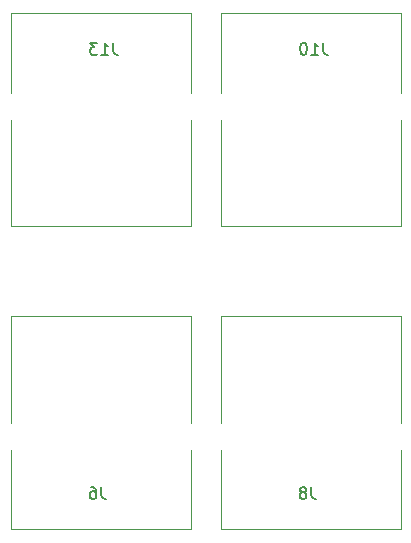
<source format=gbo>
G04 #@! TF.FileFunction,Legend,Bot*
%FSLAX46Y46*%
G04 Gerber Fmt 4.6, Leading zero omitted, Abs format (unit mm)*
G04 Created by KiCad (PCBNEW 4.0.6-e0-6349~53~ubuntu16.04.1) date Sat Apr 29 18:22:20 2017*
%MOMM*%
%LPD*%
G01*
G04 APERTURE LIST*
%ADD10C,0.100000*%
%ADD11C,0.120000*%
%ADD12C,0.150000*%
G04 APERTURE END LIST*
D10*
D11*
X120230000Y-127250000D02*
X104990000Y-127250000D01*
X104990000Y-109220000D02*
X105000000Y-118210000D01*
X104990000Y-109220000D02*
X120230000Y-109220000D01*
X120230000Y-109220000D02*
X120230000Y-118220000D01*
X105000000Y-120550000D02*
X104990000Y-127250000D01*
X120230000Y-120540000D02*
X120230000Y-127250000D01*
X138010000Y-127250000D02*
X122770000Y-127250000D01*
X122770000Y-109220000D02*
X122780000Y-118210000D01*
X122770000Y-109220000D02*
X138010000Y-109220000D01*
X138010000Y-109220000D02*
X138010000Y-118220000D01*
X122780000Y-120550000D02*
X122770000Y-127250000D01*
X138010000Y-120540000D02*
X138010000Y-127250000D01*
X122780000Y-83570000D02*
X138020000Y-83570000D01*
X138020000Y-101600000D02*
X138010000Y-92610000D01*
X138020000Y-101600000D02*
X122780000Y-101600000D01*
X122780000Y-101600000D02*
X122780000Y-92600000D01*
X138010000Y-90270000D02*
X138020000Y-83570000D01*
X122780000Y-90280000D02*
X122780000Y-83570000D01*
X105000000Y-83570000D02*
X120240000Y-83570000D01*
X120240000Y-101600000D02*
X120230000Y-92610000D01*
X120240000Y-101600000D02*
X105000000Y-101600000D01*
X105000000Y-101600000D02*
X105000000Y-92600000D01*
X120230000Y-90270000D02*
X120240000Y-83570000D01*
X105000000Y-90280000D02*
X105000000Y-83570000D01*
D12*
X112693333Y-123662381D02*
X112693333Y-124376667D01*
X112740953Y-124519524D01*
X112836191Y-124614762D01*
X112979048Y-124662381D01*
X113074286Y-124662381D01*
X111788571Y-123662381D02*
X111979048Y-123662381D01*
X112074286Y-123710000D01*
X112121905Y-123757619D01*
X112217143Y-123900476D01*
X112264762Y-124090952D01*
X112264762Y-124471905D01*
X112217143Y-124567143D01*
X112169524Y-124614762D01*
X112074286Y-124662381D01*
X111883809Y-124662381D01*
X111788571Y-124614762D01*
X111740952Y-124567143D01*
X111693333Y-124471905D01*
X111693333Y-124233810D01*
X111740952Y-124138571D01*
X111788571Y-124090952D01*
X111883809Y-124043333D01*
X112074286Y-124043333D01*
X112169524Y-124090952D01*
X112217143Y-124138571D01*
X112264762Y-124233810D01*
X130473333Y-123662381D02*
X130473333Y-124376667D01*
X130520953Y-124519524D01*
X130616191Y-124614762D01*
X130759048Y-124662381D01*
X130854286Y-124662381D01*
X129854286Y-124090952D02*
X129949524Y-124043333D01*
X129997143Y-123995714D01*
X130044762Y-123900476D01*
X130044762Y-123852857D01*
X129997143Y-123757619D01*
X129949524Y-123710000D01*
X129854286Y-123662381D01*
X129663809Y-123662381D01*
X129568571Y-123710000D01*
X129520952Y-123757619D01*
X129473333Y-123852857D01*
X129473333Y-123900476D01*
X129520952Y-123995714D01*
X129568571Y-124043333D01*
X129663809Y-124090952D01*
X129854286Y-124090952D01*
X129949524Y-124138571D01*
X129997143Y-124186190D01*
X130044762Y-124281429D01*
X130044762Y-124471905D01*
X129997143Y-124567143D01*
X129949524Y-124614762D01*
X129854286Y-124662381D01*
X129663809Y-124662381D01*
X129568571Y-124614762D01*
X129520952Y-124567143D01*
X129473333Y-124471905D01*
X129473333Y-124281429D01*
X129520952Y-124186190D01*
X129568571Y-124138571D01*
X129663809Y-124090952D01*
X131459523Y-86062381D02*
X131459523Y-86776667D01*
X131507143Y-86919524D01*
X131602381Y-87014762D01*
X131745238Y-87062381D01*
X131840476Y-87062381D01*
X130459523Y-87062381D02*
X131030952Y-87062381D01*
X130745238Y-87062381D02*
X130745238Y-86062381D01*
X130840476Y-86205238D01*
X130935714Y-86300476D01*
X131030952Y-86348095D01*
X129840476Y-86062381D02*
X129745237Y-86062381D01*
X129649999Y-86110000D01*
X129602380Y-86157619D01*
X129554761Y-86252857D01*
X129507142Y-86443333D01*
X129507142Y-86681429D01*
X129554761Y-86871905D01*
X129602380Y-86967143D01*
X129649999Y-87014762D01*
X129745237Y-87062381D01*
X129840476Y-87062381D01*
X129935714Y-87014762D01*
X129983333Y-86967143D01*
X130030952Y-86871905D01*
X130078571Y-86681429D01*
X130078571Y-86443333D01*
X130030952Y-86252857D01*
X129983333Y-86157619D01*
X129935714Y-86110000D01*
X129840476Y-86062381D01*
X113679523Y-86062381D02*
X113679523Y-86776667D01*
X113727143Y-86919524D01*
X113822381Y-87014762D01*
X113965238Y-87062381D01*
X114060476Y-87062381D01*
X112679523Y-87062381D02*
X113250952Y-87062381D01*
X112965238Y-87062381D02*
X112965238Y-86062381D01*
X113060476Y-86205238D01*
X113155714Y-86300476D01*
X113250952Y-86348095D01*
X112346190Y-86062381D02*
X111727142Y-86062381D01*
X112060476Y-86443333D01*
X111917618Y-86443333D01*
X111822380Y-86490952D01*
X111774761Y-86538571D01*
X111727142Y-86633810D01*
X111727142Y-86871905D01*
X111774761Y-86967143D01*
X111822380Y-87014762D01*
X111917618Y-87062381D01*
X112203333Y-87062381D01*
X112298571Y-87014762D01*
X112346190Y-86967143D01*
M02*

</source>
